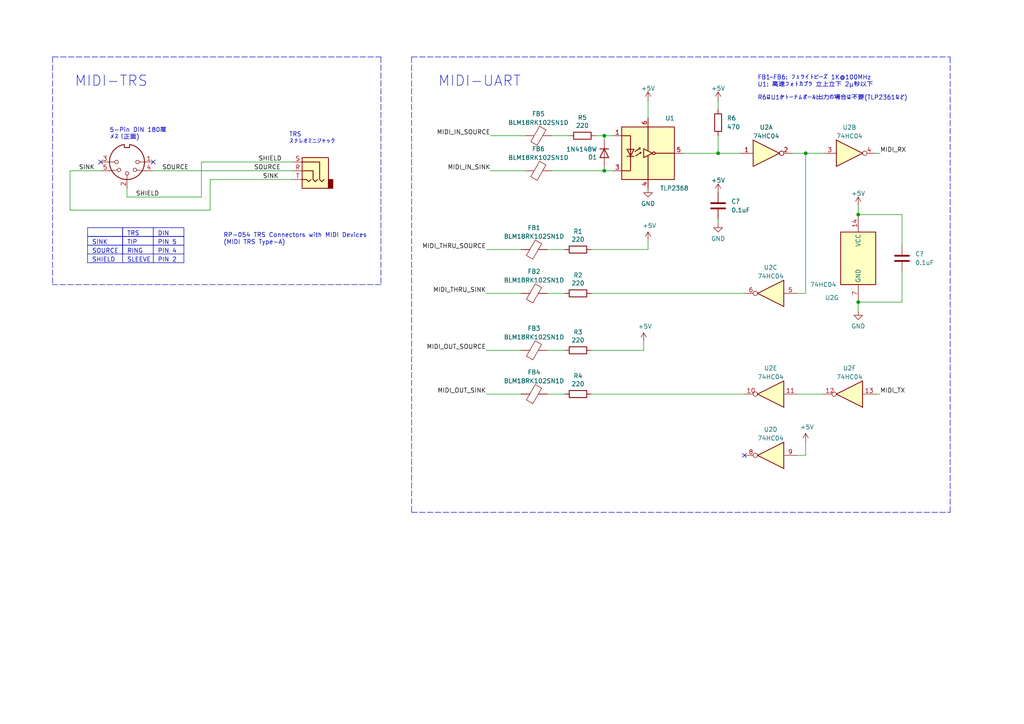
<source format=kicad_sch>
(kicad_sch (version 20211123) (generator eeschema)
  (paper "A4")
  (lib_symbols
    (symbol "74xx:74HC04"
      (property "Reference" "U" (at 0 1.27 0))
      (property "Value" "74HC04" (at 0 -1.27 0))
      (symbol "74HC04_1_0"
        (polyline (pts (xy -3.81 3.81) (xy -3.81 -3.81) (xy 3.81 0) (xy -3.81 3.81)) (stroke (width 0.254)) (fill (type background)))
        (pin input line (at -7.62 0 0) (length 3.81) (name "~") (number "1"))
        (pin output inverted (at 7.62 0 180) (length 3.81) (name "~") (number "2"))
      )
      (symbol "74HC04_2_0"
        (polyline (pts (xy -3.81 3.81) (xy -3.81 -3.81) (xy 3.81 0) (xy -3.81 3.81)) (stroke (width 0.254)) (fill (type background)))
        (pin input line (at -7.62 0 0) (length 3.81) (name "~") (number "3"))
        (pin output inverted (at 7.62 0 180) (length 3.81) (name "~") (number "4"))
      )
      (symbol "74HC04_3_0"
        (polyline (pts (xy -3.81 3.81) (xy -3.81 -3.81) (xy 3.81 0) (xy -3.81 3.81)) (stroke (width 0.254)) (fill (type background)))
        (pin input line (at -7.62 0 0) (length 3.81) (name "~") (number "5"))
        (pin output inverted (at 7.62 0 180) (length 3.81) (name "~") (number "6"))
      )
      (symbol "74HC04_4_0"
        (polyline (pts (xy -3.81 3.81) (xy -3.81 -3.81) (xy 3.81 0) (xy -3.81 3.81)) (stroke (width 0.254)) (fill (type background)))
        (pin output inverted (at 7.62 0 180) (length 3.81) (name "~") (number "8"))
        (pin input line (at -7.62 0 0) (length 3.81) (name "~") (number "9"))
      )
      (symbol "74HC04_5_0"
        (polyline (pts (xy -3.81 3.81) (xy -3.81 -3.81) (xy 3.81 0) (xy -3.81 3.81)) (stroke (width 0.254)) (fill (type background)))
        (pin output inverted (at 7.62 0 180) (length 3.81) (name "~") (number "10"))
        (pin input line (at -7.62 0 0) (length 3.81) (name "~") (number "11"))
      )
      (symbol "74HC04_6_0"
        (polyline (pts (xy -3.81 3.81) (xy -3.81 -3.81) (xy 3.81 0) (xy -3.81 3.81)) (stroke (width 0.254)) (fill (type background)))
        (pin output inverted (at 7.62 0 180) (length 3.81) (name "~") (number "12"))
        (pin input line (at -7.62 0 0) (length 3.81) (name "~") (number "13"))
      )
      (symbol "74HC04_7_0"
        (pin power_in line (at 0 12.7 270) (length 5.08) (name "VCC") (number "14"))
        (pin power_in line (at 0 -12.7 90) (length 5.08) (name "GND") (number "7"))
      )
      (symbol "74HC04_7_1"
        (rectangle (start -5.08 7.62) (end 5.08 -7.62) (stroke (width 0.254)) (fill (type background)))
      )
    )
    (symbol "Connector:AudioJack3"
      (property "Reference" "J" (at 0 8.89 0))
      (property "Value" "AudioJack3" (at 0 6.35 0))
      (symbol "AudioJack3_0_1"
        (rectangle (start -5.08 -5.08) (end -6.35 -2.54) (stroke (width 0.254)) (fill (type outline)))
        (polyline (pts (xy 0 -2.54) (xy 0.635 -3.175) (xy 1.27 -2.54) (xy 2.54 -2.54)) (stroke (width 0.254)))
        (polyline (pts (xy -1.905 -2.54) (xy -1.27 -3.175) (xy -0.635 -2.54) (xy -0.635 0) (xy 2.54 0)) (stroke (width 0.254)))
        (polyline (pts (xy 2.54 2.54) (xy -2.54 2.54) (xy -2.54 -2.54) (xy -3.175 -3.175) (xy -3.81 -2.54)) (stroke (width 0.254)))
        (rectangle (start 2.54 3.81) (end -5.08 -5.08) (stroke (width 0.254)) (fill (type background)))
      )
      (symbol "AudioJack3_1_1"
        (pin passive line (at 5.08 0 180) (length 2.54) (name "~") (number "R"))
        (pin passive line (at 5.08 2.54 180) (length 2.54) (name "~") (number "S"))
        (pin passive line (at 5.08 -2.54 180) (length 2.54) (name "~") (number "T"))
      )
    )
    (symbol "Connector:DIN-5_180degree" (pin_names (offset 1.016))
      (property "Reference" "J" (at 3.175 5.715 0))
      (property "Value" "DIN-5_180degree" (at 0 -6.35 0))
      (symbol "DIN-5_180degree_0_1"
        (arc (start -5.08 0) (mid -3.8609 -3.3364) (end -0.762 -5.08) (stroke (width 0.254)))
        (circle (center -3.048 0) (radius 0.508))
        (circle (center -2.286 2.286) (radius 0.508))
        (polyline (pts (xy -5.08 0) (xy -3.556 0)))
        (polyline (pts (xy 0 5.08) (xy 0 3.81)))
        (polyline (pts (xy 5.08 0) (xy 3.556 0)))
        (polyline (pts (xy -5.08 2.54) (xy -4.318 2.54) (xy -2.794 2.286)))
        (polyline (pts (xy 5.08 2.54) (xy 4.318 2.54) (xy 2.794 2.286)))
        (polyline (pts (xy -0.762 -4.953) (xy -0.762 -4.191) (xy 0.762 -4.191) (xy 0.762 -4.953)) (stroke (width 0.254)))
        (circle (center 0 3.302) (radius 0.508))
        (arc (start 0.762 -5.08) (mid 3.8685 -3.343) (end 5.08 0) (stroke (width 0.254)))
        (circle (center 2.286 2.286) (radius 0.508))
        (circle (center 3.048 0) (radius 0.508))
        (arc (start 5.08 0) (mid 0 5.08) (end -5.08 0) (stroke (width 0.254)))
      )
      (symbol "DIN-5_180degree_1_1"
        (pin passive line (at -7.62 0 0) (length 2.54) (name "~") (number "1"))
        (pin passive line (at 0 7.62 270) (length 2.54) (name "~") (number "2"))
        (pin passive line (at 7.62 0 180) (length 2.54) (name "~") (number "3"))
        (pin passive line (at -7.62 2.54 0) (length 2.54) (name "~") (number "4"))
        (pin passive line (at 7.62 2.54 180) (length 2.54) (name "~") (number "5"))
      )
    )
    (symbol "Device:C" (pin_numbers hide) (pin_names (offset 0.254))
      (property "Reference" "C" (at 0.635 2.54 0))
      (property "Value" "C" (at 0.635 -2.54 0))
      (symbol "C_0_1"
        (polyline (pts (xy -2.032 -0.762) (xy 2.032 -0.762)) (stroke (width 0.508)))
        (polyline (pts (xy -2.032 0.762) (xy 2.032 0.762)) (stroke (width 0.508)))
      )
      (symbol "C_1_1"
        (pin passive line (at 0 3.81 270) (length 2.794) (name "~") (number "1"))
        (pin passive line (at 0 -3.81 90) (length 2.794) (name "~") (number "2"))
      )
    )
    (symbol "Device:FerriteBead" (pin_numbers hide) (pin_names (offset 0))
      (property "Reference" "FB" (at -3.81 0.635 90))
      (property "Value" "FerriteBead" (at 3.81 0 90))
      (symbol "FerriteBead_0_1"
        (polyline (pts (xy 0 -1.27) (xy 0 -1.2192)))
        (polyline (pts (xy 0 1.27) (xy 0 1.2954)))
        (polyline (pts (xy -2.7686 0.4064) (xy -1.7018 2.2606) (xy 2.7686 -0.3048) (xy 1.6764 -2.159) (xy -2.7686 0.4064)))
      )
      (symbol "FerriteBead_1_1"
        (pin passive line (at 0 3.81 270) (length 2.54) (name "~") (number "1"))
        (pin passive line (at 0 -3.81 90) (length 2.54) (name "~") (number "2"))
      )
    )
    (symbol "Device:R" (pin_numbers hide) (pin_names (offset 0))
      (property "Reference" "R" (at 2.032 0 90))
      (property "Value" "R" (at 0 0 90))
      (symbol "R_0_1"
        (rectangle (start -1.016 -2.54) (end 1.016 2.54) (stroke (width 0.254)))
      )
      (symbol "R_1_1"
        (pin passive line (at 0 3.81 270) (length 1.27) (name "~") (number "1"))
        (pin passive line (at 0 -3.81 90) (length 1.27) (name "~") (number "2"))
      )
    )
    (symbol "Diode:1N4148W" (pin_numbers hide) (pin_names (offset 1.016) hide)
      (property "Reference" "D" (at 0 2.54 0))
      (property "Value" "1N4148W" (at 0 -2.54 0))
      (symbol "1N4148W_0_1"
        (polyline (pts (xy -1.27 1.27) (xy -1.27 -1.27)) (stroke (width 0.254)))
        (polyline (pts (xy 1.27 0) (xy -1.27 0)))
        (polyline (pts (xy 1.27 1.27) (xy 1.27 -1.27) (xy -1.27 0) (xy 1.27 1.27)) (stroke (width 0.254)))
      )
      (symbol "1N4148W_1_1"
        (pin passive line (at -3.81 0 0) (length 2.54) (name "K") (number "1"))
        (pin passive line (at 3.81 0 180) (length 2.54) (name "A") (number "2"))
      )
    )
    (symbol "mamemomonga:TLP2368" (pin_names (offset 1.016) hide)
      (property "Reference" "U" (at -7.112 8.89 0))
      (property "Value" "TLP2368" (at 1.016 9.144 0))
      (symbol "TLP2368_0_1"
        (rectangle (start -7.62 7.62) (end 7.62 -7.62) (stroke (width 0.254)) (fill (type background)))
        (polyline (pts (xy -6.096 -0.889) (xy -4.064 -0.889)) (stroke (width 0.254)))
        (polyline (pts (xy -5.08 -1.27) (xy -5.08 -0.762)) (stroke (width 0.254)))
        (polyline (pts (xy -5.08 1.27) (xy -5.08 -0.762)) (stroke (width 0.254)))
        (polyline (pts (xy -3.81 0.508) (xy -2.286 1.524)) (stroke (width 0.254)))
        (polyline (pts (xy -3.556 -0.762) (xy -2.032 0.254)) (stroke (width 0.254)))
        (polyline (pts (xy -2.286 1.524) (xy -2.5908 1.5748)) (stroke (width 0.254)))
        (polyline (pts (xy -2.286 1.524) (xy -2.3876 1.1684)) (stroke (width 0.254)))
        (polyline (pts (xy -2.032 0.254) (xy -2.3368 0.3048)) (stroke (width 0.254)))
        (polyline (pts (xy -2.032 0.254) (xy -2.1336 -0.1016)) (stroke (width 0.254)))
        (polyline (pts (xy 0 -0.635) (xy 0 -7.62)) (stroke (width 0.254)))
        (polyline (pts (xy 0 7.62) (xy 0 0.635)) (stroke (width 0.254)))
        (polyline (pts (xy 7.62 0) (xy 2.159 0)) (stroke (width 0.254)))
        (polyline (pts (xy -7.62 -5.08) (xy -5.08 -5.08) (xy -5.08 -1.27)) (stroke (width 0.254)))
        (polyline (pts (xy -5.08 1.27) (xy -5.08 5.08) (xy -7.62 5.08)) (stroke (width 0.254)))
        (polyline (pts (xy -6.096 1.143) (xy -4.064 1.143) (xy -5.08 -0.762) (xy -6.096 1.143)) (stroke (width 0.254)))
        (polyline (pts (xy -1.27 1.27) (xy -1.27 -1.27) (xy 1.27 0) (xy -1.27 1.27)) (stroke (width 0.254)))
        (circle (center 1.6764 0) (radius 0.3844) (stroke (width 0.254)))
      )
      (symbol "TLP2368_1_1"
        (pin passive line (at -10.16 5.08 0) (length 2.54) (name "A") (number "1"))
        (pin no_connect line (at -7.62 0 0) (length 2.54) hide (name "NC") (number "2"))
        (pin passive line (at -10.16 -5.08 0) (length 2.54) (name "K") (number "3"))
        (pin power_in line (at 0 -10.16 90) (length 2.54) (name "GND") (number "4"))
        (pin output line (at 10.16 0 180) (length 2.54) (name "VO") (number "5"))
        (pin power_in line (at 0 10.16 270) (length 2.54) (name "VDD") (number "6"))
      )
    )
    (symbol "power:+5V" (power) (pin_names (offset 0))
      (property "Value" "+5V" (at 0 3.556 0))
      (symbol "+5V_0_1"
        (polyline (pts (xy -0.762 1.27) (xy 0 2.54)))
        (polyline (pts (xy 0 0) (xy 0 2.54)))
        (polyline (pts (xy 0 2.54) (xy 0.762 1.27)))
      )
      (symbol "+5V_1_1"
        (pin power_in line (at 0 0 90) (length 0) hide (name "+5V") (number "1"))
      )
    )
    (symbol "power:GND" (power) (pin_names (offset 0))
      (property "Value" "GND" (at 0 -3.81 0))
      (symbol "GND_0_1"
        (polyline (pts (xy 0 0) (xy 0 -1.27) (xy 1.27 -1.27) (xy 0 -2.54) (xy -1.27 -1.27) (xy 0 -1.27)))
      )
      (symbol "GND_1_1"
        (pin power_in line (at 0 0 270) (length 0) hide (name "GND") (number "1"))
      )
    )
  )
  (junction (at 175.26 49.53))
  (junction (at 248.92 87.63))
  (junction (at 208.28 44.45))
  (junction (at 175.26 39.37))
  (junction (at 233.68 44.45))
  (junction (at 248.92 62.23))
  (no_connect (at 44.45 46.99))
  (no_connect (at 29.21 46.99))
  (no_connect (at 215.9 132.08))
  (wire (pts (xy 175.26 49.53) (xy 177.8 49.53)))
  (wire (pts (xy 198.12 44.45) (xy 208.28 44.45)))
  (polyline (pts (xy 25.4 71.12) (xy 35.56 71.12)) (stroke (width 0) (type solid)))
  (polyline (pts (xy 35.56 66.04) (xy 44.45 66.04)) (stroke (width 0) (type solid)))
  (wire (pts (xy 163.83 85.09) (xy 158.75 85.09)))
  (wire (pts (xy 233.68 44.45) (xy 233.68 85.09)))
  (wire (pts (xy 248.92 59.69) (xy 248.92 62.23)))
  (polyline (pts (xy 44.45 68.58) (xy 53.34 68.58)) (stroke (width 0) (type solid)))
  (polyline (pts (xy 25.4 76.2) (xy 53.34 76.2)) (stroke (width 0) (type solid)))
  (wire (pts (xy 60.96 52.07) (xy 85.09 52.07)))
  (wire (pts (xy 58.42 57.15) (xy 36.83 57.15)))
  (polyline (pts (xy 25.4 66.04) (xy 25.4 69.85)) (stroke (width 0) (type solid)))
  (polyline (pts (xy 275.59 148.59) (xy 275.59 16.51)))
  (wire (pts (xy 231.14 114.3) (xy 238.76 114.3)))
  (polyline (pts (xy 44.45 68.58) (xy 44.45 66.04)) (stroke (width 0) (type solid)))
  (wire (pts (xy 44.45 49.53) (xy 85.09 49.53)))
  (polyline (pts (xy 35.56 71.12) (xy 35.56 73.66)) (stroke (width 0) (type solid)))
  (wire (pts (xy 158.75 72.39) (xy 163.83 72.39)))
  (polyline (pts (xy 53.34 71.12) (xy 53.34 68.58)) (stroke (width 0) (type solid)))
  (wire (pts (xy 160.02 49.53) (xy 175.26 49.53)))
  (polyline (pts (xy 25.4 73.66) (xy 25.4 76.2)) (stroke (width 0) (type solid)))
  (polyline (pts (xy 119.38 16.51) (xy 275.59 16.51)))
  (polyline (pts (xy 35.56 71.12) (xy 44.45 71.12)) (stroke (width 0) (type solid)))
  (polyline (pts (xy 35.56 68.58) (xy 35.56 66.04)) (stroke (width 0) (type solid)))
  (wire (pts (xy 175.26 40.64) (xy 175.26 39.37)))
  (polyline (pts (xy 44.45 71.12) (xy 53.34 71.12)) (stroke (width 0) (type solid)))
  (polyline (pts (xy 35.56 68.58) (xy 44.45 68.58)) (stroke (width 0) (type solid)))
  (polyline (pts (xy 25.4 68.58) (xy 35.56 68.58)) (stroke (width 0) (type solid)))
  (wire (pts (xy 248.92 62.23) (xy 261.62 62.23)))
  (wire (pts (xy 36.83 57.15) (xy 36.83 54.61)))
  (polyline (pts (xy 25.4 66.04) (xy 35.56 66.04)) (stroke (width 0) (type solid)))
  (polyline (pts (xy 25.4 68.58) (xy 35.56 68.58)) (stroke (width 0) (type solid)))
  (polyline (pts (xy 110.49 82.55) (xy 15.24 82.55)))
  (polyline (pts (xy 53.34 68.58) (xy 53.34 66.04)) (stroke (width 0) (type solid)))
  (wire (pts (xy 142.24 39.37) (xy 152.4 39.37)))
  (polyline (pts (xy 15.24 16.51) (xy 15.24 82.55)))
  (wire (pts (xy 231.14 132.08) (xy 233.68 132.08)))
  (polyline (pts (xy 25.4 69.85) (xy 25.4 71.12)) (stroke (width 0) (type solid)))
  (polyline (pts (xy 53.34 76.2) (xy 53.34 73.66)) (stroke (width 0) (type solid)))
  (wire (pts (xy 171.45 101.6) (xy 186.69 101.6)))
  (wire (pts (xy 60.96 52.07) (xy 60.96 60.96)))
  (wire (pts (xy 208.28 44.45) (xy 214.63 44.45)))
  (wire (pts (xy 140.97 85.09) (xy 151.13 85.09)))
  (polyline (pts (xy 35.56 71.12) (xy 44.45 71.12)) (stroke (width 0) (type solid)))
  (wire (pts (xy 171.45 114.3) (xy 215.9 114.3)))
  (polyline (pts (xy 119.38 148.59) (xy 275.59 148.59)))
  (polyline (pts (xy 35.56 68.58) (xy 44.45 68.58)) (stroke (width 0) (type solid)))
  (wire (pts (xy 163.83 114.3) (xy 158.75 114.3)))
  (wire (pts (xy 58.42 46.99) (xy 58.42 57.15)))
  (polyline (pts (xy 44.45 73.66) (xy 44.45 76.2)) (stroke (width 0) (type solid)))
  (wire (pts (xy 238.76 44.45) (xy 233.68 44.45)))
  (wire (pts (xy 20.32 49.53) (xy 29.21 49.53)))
  (wire (pts (xy 186.69 99.06) (xy 186.69 101.6)))
  (wire (pts (xy 171.45 72.39) (xy 187.96 72.39)))
  (polyline (pts (xy 15.24 16.51) (xy 110.49 16.51)))
  (wire (pts (xy 140.97 114.3) (xy 151.13 114.3)))
  (wire (pts (xy 208.28 39.37) (xy 208.28 44.45)))
  (wire (pts (xy 142.24 49.53) (xy 152.4 49.53)))
  (wire (pts (xy 233.68 44.45) (xy 229.87 44.45)))
  (polyline (pts (xy 35.56 73.66) (xy 35.56 71.12)) (stroke (width 0) (type solid)))
  (polyline (pts (xy 119.38 16.51) (xy 119.38 148.59)))
  (polyline (pts (xy 35.56 71.12) (xy 35.56 68.58)) (stroke (width 0) (type solid)))
  (polyline (pts (xy 53.34 73.66) (xy 53.34 71.12)) (stroke (width 0) (type solid)))
  (polyline (pts (xy 44.45 68.58) (xy 53.34 68.58)) (stroke (width 0) (type solid)))
  (polyline (pts (xy 44.45 71.12) (xy 53.34 71.12)) (stroke (width 0) (type solid)))
  (polyline (pts (xy 44.45 73.66) (xy 44.45 71.12)) (stroke (width 0) (type solid)))
  (polyline (pts (xy 44.45 71.12) (xy 44.45 73.66)) (stroke (width 0) (type solid)))
  (wire (pts (xy 187.96 69.85) (xy 187.96 72.39)))
  (wire (pts (xy 60.96 60.96) (xy 20.32 60.96)))
  (wire (pts (xy 171.45 85.09) (xy 215.9 85.09)))
  (polyline (pts (xy 44.45 66.04) (xy 44.45 68.58)) (stroke (width 0) (type solid)))
  (wire (pts (xy 175.26 49.53) (xy 175.26 48.26)))
  (wire (pts (xy 248.92 90.17) (xy 248.92 87.63)))
  (wire (pts (xy 261.62 87.63) (xy 261.62 78.74)))
  (wire (pts (xy 248.92 87.63) (xy 261.62 87.63)))
  (wire (pts (xy 20.32 49.53) (xy 20.32 60.96)))
  (wire (pts (xy 231.14 85.09) (xy 233.68 85.09)))
  (wire (pts (xy 160.02 39.37) (xy 165.1 39.37)))
  (polyline (pts (xy 110.49 16.51) (xy 110.49 82.55)))
  (wire (pts (xy 140.97 101.6) (xy 151.13 101.6)))
  (wire (pts (xy 158.75 101.6) (xy 163.83 101.6)))
  (polyline (pts (xy 35.56 68.58) (xy 35.56 71.12)) (stroke (width 0) (type solid)))
  (polyline (pts (xy 35.56 66.04) (xy 35.56 68.58)) (stroke (width 0) (type solid)))
  (wire (pts (xy 208.28 29.21) (xy 208.28 31.75)))
  (polyline (pts (xy 25.4 71.12) (xy 35.56 71.12)) (stroke (width 0) (type solid)))
  (wire (pts (xy 208.28 63.5) (xy 208.28 64.77)))
  (polyline (pts (xy 44.45 73.66) (xy 53.34 73.66)) (stroke (width 0) (type solid)))
  (polyline (pts (xy 44.45 66.04) (xy 53.34 66.04)) (stroke (width 0) (type solid)))
  (wire (pts (xy 85.09 46.99) (xy 58.42 46.99)))
  (polyline (pts (xy 35.56 73.66) (xy 44.45 73.66)) (stroke (width 0) (type solid)))
  (wire (pts (xy 140.97 72.39) (xy 151.13 72.39)))
  (wire (pts (xy 187.96 29.21) (xy 187.96 34.29)))
  (wire (pts (xy 255.27 44.45) (xy 254 44.45)))
  (polyline (pts (xy 44.45 71.12) (xy 44.45 68.58)) (stroke (width 0) (type solid)))
  (wire (pts (xy 255.27 114.3) (xy 254 114.3)))
  (wire (pts (xy 261.62 62.23) (xy 261.62 71.12)))
  (wire (pts (xy 175.26 39.37) (xy 177.8 39.37)))
  (wire (pts (xy 172.72 39.37) (xy 175.26 39.37)))
  (polyline (pts (xy 35.56 73.66) (xy 35.56 76.2)) (stroke (width 0) (type solid)))
  (wire (pts (xy 233.68 128.27) (xy 233.68 132.08)))
  (polyline (pts (xy 44.45 68.58) (xy 44.45 71.12)) (stroke (width 0) (type solid)))
  (polyline (pts (xy 25.4 73.66) (xy 35.56 73.66)) (stroke (width 0) (type solid)))
  (polyline (pts (xy 25.4 71.12) (xy 25.4 73.66)) (stroke (width 0) (type solid)))
  (text "SOURCE" (at 26.67 73.66 0) (effects (font (size 1.27 1.27)) (justify left bottom)))
  (text "FB1~FB6: フェライトビーズ 1K@100MHz\nU1: 高速フォトカプラ 立上立下 2μ秒以下" (at 219.71 25.4 0) (effects (font (size 1.27 1.27)) (justify left bottom)))
  (text "TRS\nステレオミニジャック" (at 83.82 41.91 0) (effects (font (size 1.27 1.27)) (justify left bottom)))
  (text "TRS" (at 36.83 68.58 0) (effects (font (size 1.27 1.27)) (justify left bottom)))
  (text "R6はU1がトーテムポール出力の場合は不要(TLP2361など)" (at 219.71 29.21 0) (effects (font (size 1.27 1.27)) (justify left bottom)))
  (text "DIN" (at 45.72 68.58 0) (effects (font (size 1.27 1.27)) (justify left bottom)))
  (text "RING" (at 36.83 73.66 0) (effects (font (size 1.27 1.27)) (justify left bottom)))
  (text "PIN 4" (at 45.72 73.66 0) (effects (font (size 1.27 1.27)) (justify left bottom)))
  (text "SINK" (at 26.67 71.12 0) (effects (font (size 1.27 1.27)) (justify left bottom)))
  (text "5-Pin DIN 180度\nメス（正面)" (at 31.75 40.64 0) (effects (font (size 1.27 1.27)) (justify left bottom)))
  (text "PIN 2" (at 45.72 76.2 0) (effects (font (size 1.27 1.27)) (justify left bottom)))
  (text "MIDI-UART" (at 127 25.4 0) (effects (font (size 3 3)) (justify left bottom)))
  (text "SLEEVE" (at 36.83 76.2 0) (effects (font (size 1.27 1.27)) (justify left bottom)))
  (text "PIN 5" (at 45.72 71.12 0) (effects (font (size 1.27 1.27)) (justify left bottom)))
  (text "SHIELD" (at 26.67 76.2 0) (effects (font (size 1.27 1.27)) (justify left bottom)))
  (text "TIP" (at 36.83 71.12 0) (effects (font (size 1.27 1.27)) (justify left bottom)))
  (text "MIDI-TRS" (at 21.59 25.4 0) (effects (font (size 3 3)) (justify left bottom)))
  (text "RP-054 TRS Connectors with MIDI Devices\n(MIDI TRS Type-A)" (at 64.77 71.12 0) (effects (font (size 1.27 1.27)) (justify left bottom)))
  (label "MIDI_IN_SOURCE" (at 142.24 39.37 180))
  (label "SHIELD" (at 74.93 46.99 0))
  (label "MIDI_TX" (at 255.27 114.3 0))
  (label "MIDI_IN_SINK" (at 142.24 49.53 180))
  (label "MIDI_OUT_SINK" (at 140.97 114.3 180))
  (label "SINK" (at 22.86 49.53 0))
  (label "SOURCE" (at 46.99 49.53 0))
  (label "SOURCE" (at 73.66 49.53 0))
  (label "MIDI_THRU_SINK" (at 140.97 85.09 180))
  (label "SINK" (at 76.2 52.07 0))
  (label "MIDI_THRU_SOURCE" (at 140.97 72.39 180))
  (label "SHIELD" (at 39.37 57.15 0))
  (label "MIDI_OUT_SOURCE" (at 140.97 101.6 180))
  (label "MIDI_RX" (at 255.27 44.45 0))
  (symbol (lib_id "74xx:74HC04") (at 223.52 114.3 180) (unit 5)
    (property "Reference" "U2" (at 223.52 106.7902 0))
    (property "Value" "74HC04" (at 223.52 109.3271 0))
    (property "Footprint" "Package_SO:TSSOP-14_4.4x5mm_P0.65mm" (effects hide))
    (property "Datasheet" "https://assets.nexperia.com/documents/data-sheet/74HC_HCT04.pdf" (effects hide))
  )
  (symbol (lib_id "power:+5V") (at 187.96 69.85 0) (unit 1)
    (property "Reference" "#PWR01" (effects hide))
    (property "Value" "+5V" (at 188.341 65.4558 0))
  )
  (symbol (lib_id "74xx:74HC04") (at 223.52 85.09 180) (unit 3)
    (property "Reference" "U2" (at 223.52 77.5802 0))
    (property "Value" "74HC04" (at 223.52 80.1171 0))
    (property "Footprint" "Package_SO:TSSOP-14_4.4x5mm_P0.65mm" (effects hide))
    (property "Datasheet" "https://assets.nexperia.com/documents/data-sheet/74HC_HCT04.pdf" (effects hide))
  )
  (symbol (lib_id "power:GND") (at 208.28 64.77 0) (unit 1)
    (property "Reference" "#PWR?" (effects hide))
    (property "Value" "GND" (at 208.28 69.2134 0))
  )
  (symbol (lib_id "Device:R") (at 167.64 114.3 270) (unit 1)
    (property "Reference" "R4" (at 167.64 109.0422 90))
    (property "Value" "220" (at 167.64 111.3536 90))
    (property "Footprint" "Resistor_SMD:R_0603_1608Metric_Pad0.98x0.95mm_HandSolder" (effects hide))
  )
  (symbol (lib_id "74xx:74HC04") (at 246.38 44.45 0) (unit 2)
    (property "Reference" "U2" (at 246.38 36.9402 0))
    (property "Value" "74HC04" (at 246.38 39.4771 0))
    (property "Footprint" "Package_SO:TSSOP-14_4.4x5mm_P0.65mm" (effects hide))
    (property "Datasheet" "https://assets.nexperia.com/documents/data-sheet/74HC_HCT04.pdf" (effects hide))
  )
  (symbol (lib_id "Connector:DIN-5_180degree") (at 36.83 46.99 180) (unit 1)
    (property "Reference" "J1" (effects hide))
    (property "Value" "DIN-5_180degree" (effects hide))
    (property "Datasheet" "http://www.mouser.com/ds/2/18/40_c091_abd_e-75918.pdf" (effects hide))
  )
  (symbol (lib_id "Device:FerriteBead") (at 154.94 85.09 90) (unit 1)
    (property "Reference" "FB2" (at 154.8892 78.7486 90))
    (property "Value" "BLM18RK102SN1D" (at 154.8892 81.2855 90))
    (property "Footprint" "Inductor_SMD:L_0603_1608Metric_Pad1.05x0.95mm_HandSolder" (effects hide))
  )
  (symbol (lib_id "Device:R") (at 208.28 35.56 0) (unit 1)
    (property "Reference" "R6" (at 210.82 34.2899 0) (effects (justify left)))
    (property "Value" "470" (at 210.82 36.8299 0) (effects (justify left)))
    (property "Footprint" "Resistor_SMD:R_0603_1608Metric_Pad0.98x0.95mm_HandSolder" (effects hide))
  )
  (symbol (lib_id "mamemomonga:TLP2368") (at 187.96 44.45 0) (unit 1)
    (property "Reference" "U1" (at 194.31 34.29 0))
    (property "Value" "TLP2368" (at 195.58 54.61 0))
    (property "Footprint" "Package_SO:SO-6L_10x3.84mm_P1.27mm" (effects hide))
    (property "Datasheet" "https://toshiba.semicon-storage.com/info/TLP2368_datasheet_ja_20180207.pdf?did=7720&prodName=TLP2368" (effects hide))
  )
  (symbol (lib_id "74xx:74HC04") (at 246.38 114.3 180) (unit 6)
    (property "Reference" "U2" (at 246.38 106.7902 0))
    (property "Value" "74HC04" (at 246.38 109.3271 0))
    (property "Footprint" "Package_SO:TSSOP-14_4.4x5mm_P0.65mm" (effects hide))
    (property "Datasheet" "https://assets.nexperia.com/documents/data-sheet/74HC_HCT04.pdf" (effects hide))
  )
  (symbol (lib_id "Device:R") (at 168.91 39.37 270) (unit 1)
    (property "Reference" "R5" (at 168.91 34.1122 90))
    (property "Value" "220" (at 168.91 36.4236 90))
    (property "Footprint" "Resistor_SMD:R_0603_1608Metric_Pad0.98x0.95mm_HandSolder" (effects hide))
  )
  (symbol (lib_id "Device:FerriteBead") (at 156.21 39.37 90) (unit 1)
    (property "Reference" "FB5" (at 156.1592 33.0286 90))
    (property "Value" "BLM18RK102SN1D" (at 156.1592 35.5655 90))
    (property "Footprint" "Inductor_SMD:L_0603_1608Metric_Pad1.05x0.95mm_HandSolder" (effects hide))
  )
  (symbol (lib_id "Device:R") (at 167.64 101.6 270) (unit 1)
    (property "Reference" "R3" (at 167.64 96.3422 90))
    (property "Value" "220" (at 167.64 98.6536 90))
    (property "Footprint" "Resistor_SMD:R_0603_1608Metric_Pad0.98x0.95mm_HandSolder" (effects hide))
  )
  (symbol (lib_id "Device:R") (at 167.64 85.09 270) (unit 1)
    (property "Reference" "R2" (at 167.64 79.8322 90))
    (property "Value" "220" (at 167.64 82.1436 90))
    (property "Footprint" "Resistor_SMD:R_0603_1608Metric_Pad0.98x0.95mm_HandSolder" (effects hide))
  )
  (symbol (lib_id "Diode:1N4148W") (at 175.26 44.45 270) (unit 1)
    (property "Reference" "D1" (at 173.228 45.6184 90) (effects (justify right)))
    (property "Value" "1N4148W" (at 173.228 43.307 90) (effects (justify right)))
    (property "Footprint" "Diode_SMD:D_SOD-123" (effects hide))
    (property "Datasheet" "https://www.vishay.com/docs/85748/1n4148w.pdf" (effects hide))
  )
  (symbol (lib_id "power:GND") (at 248.92 90.17 0) (unit 1)
    (property "Reference" "#PWR?" (effects hide))
    (property "Value" "GND" (at 248.92 94.6134 0))
  )
  (symbol (lib_id "power:+5V") (at 233.68 128.27 0) (unit 1)
    (property "Reference" "#PWR06" (effects hide))
    (property "Value" "+5V" (at 234.061 123.8758 0))
  )
  (symbol (lib_id "Device:C") (at 208.28 59.69 0) (unit 1)
    (property "Reference" "C?" (at 212.09 58.4199 0) (effects (justify left)))
    (property "Value" "0.1uF" (at 212.09 60.96 0) (effects (justify left)))
  )
  (symbol (lib_id "Device:FerriteBead") (at 154.94 114.3 90) (unit 1)
    (property "Reference" "FB4" (at 154.8892 107.9586 90))
    (property "Value" "BLM18RK102SN1D" (at 154.8892 110.4955 90))
    (property "Footprint" "Inductor_SMD:L_0603_1608Metric_Pad1.05x0.95mm_HandSolder" (effects hide))
  )
  (symbol (lib_id "power:GND") (at 187.96 54.61 0) (unit 1)
    (property "Reference" "#PWR04" (effects hide))
    (property "Value" "GND" (at 187.96 59.0534 0))
  )
  (symbol (lib_id "power:+5V") (at 186.69 99.06 0) (unit 1)
    (property "Reference" "#PWR02" (effects hide))
    (property "Value" "+5V" (at 187.071 94.6658 0))
  )
  (symbol (lib_id "Device:FerriteBead") (at 154.94 101.6 90) (unit 1)
    (property "Reference" "FB3" (at 154.8892 95.2586 90))
    (property "Value" "BLM18RK102SN1D" (at 154.8892 97.7955 90))
    (property "Footprint" "Inductor_SMD:L_0603_1608Metric_Pad1.05x0.95mm_HandSolder" (effects hide))
  )
  (symbol (lib_id "74xx:74HC04") (at 223.52 132.08 180) (unit 4)
    (property "Reference" "U2" (at 223.52 124.5702 0))
    (property "Value" "74HC04" (at 223.52 127.1071 0))
    (property "Footprint" "Package_SO:TSSOP-14_4.4x5mm_P0.65mm" (effects hide))
    (property "Datasheet" "https://assets.nexperia.com/documents/data-sheet/74HC_HCT04.pdf" (effects hide))
  )
  (symbol (lib_id "power:+5V") (at 248.92 59.69 0) (unit 1)
    (property "Reference" "#PWR?" (effects hide))
    (property "Value" "+5V" (at 248.92 56.1142 0))
  )
  (symbol (lib_id "power:+5V") (at 208.28 29.21 0) (unit 1)
    (property "Reference" "#PWR05" (effects hide))
    (property "Value" "+5V" (at 208.28 25.6342 0))
  )
  (symbol (lib_id "74xx:74HC04") (at 248.92 74.93 0) (unit 7)
    (property "Reference" "U2" (at 241.3 86.36 0))
    (property "Value" "74HC04" (at 238.76 82.55 0))
    (property "Footprint" "Package_SO:TSSOP-14_4.4x5mm_P0.65mm" (effects hide))
    (property "Datasheet" "https://assets.nexperia.com/documents/data-sheet/74HC_HCT04.pdf" (effects hide))
  )
  (symbol (lib_id "Device:C") (at 261.62 74.93 0) (unit 1)
    (property "Reference" "C?" (at 265.43 73.6599 0) (effects (justify left)))
    (property "Value" "0.1uF" (at 265.43 76.1999 0) (effects (justify left)))
  )
  (symbol (lib_id "74xx:74HC04") (at 222.25 44.45 0) (unit 1)
    (property "Reference" "U2" (at 222.25 36.9402 0))
    (property "Value" "74HC04" (at 222.25 39.4771 0))
    (property "Footprint" "Package_SO:TSSOP-14_4.4x5mm_P0.65mm" (effects hide))
    (property "Datasheet" "https://assets.nexperia.com/documents/data-sheet/74HC_HCT04.pdf" (effects hide))
  )
  (symbol (lib_id "Device:R") (at 167.64 72.39 270) (unit 1)
    (property "Reference" "R1" (at 167.64 67.1322 90))
    (property "Value" "220" (at 167.64 69.4436 90))
    (property "Footprint" "Resistor_SMD:R_0603_1608Metric_Pad0.98x0.95mm_HandSolder" (effects hide))
  )
  (symbol (lib_id "Connector:AudioJack3") (at 90.17 49.53 0) (mirror y) (unit 1)
    (property "Reference" "J2" (effects hide))
    (property "Value" "AudioJack3" (effects hide))
  )
  (symbol (lib_id "power:+5V") (at 208.28 55.88 0) (unit 1)
    (property "Reference" "#PWR?" (effects hide))
    (property "Value" "+5V" (at 208.28 52.3042 0))
  )
  (symbol (lib_id "Device:FerriteBead") (at 156.21 49.53 90) (unit 1)
    (property "Reference" "FB6" (at 156.1592 43.1886 90))
    (property "Value" "BLM18RK102SN1D" (at 156.1592 45.7255 90))
    (property "Footprint" "Inductor_SMD:L_0603_1608Metric_Pad1.05x0.95mm_HandSolder" (effects hide))
  )
  (symbol (lib_id "Device:FerriteBead") (at 154.94 72.39 90) (unit 1)
    (property "Reference" "FB1" (at 154.8892 66.0486 90))
    (property "Value" "BLM18RK102SN1D" (at 154.8892 68.5855 90))
    (property "Footprint" "Inductor_SMD:L_0603_1608Metric_Pad1.05x0.95mm_HandSolder" (effects hide))
  )
  (symbol (lib_id "power:+5V") (at 187.96 29.21 0) (unit 1)
    (property "Reference" "#PWR03" (effects hide))
    (property "Value" "+5V" (at 187.96 25.6342 0))
  )
)
</source>
